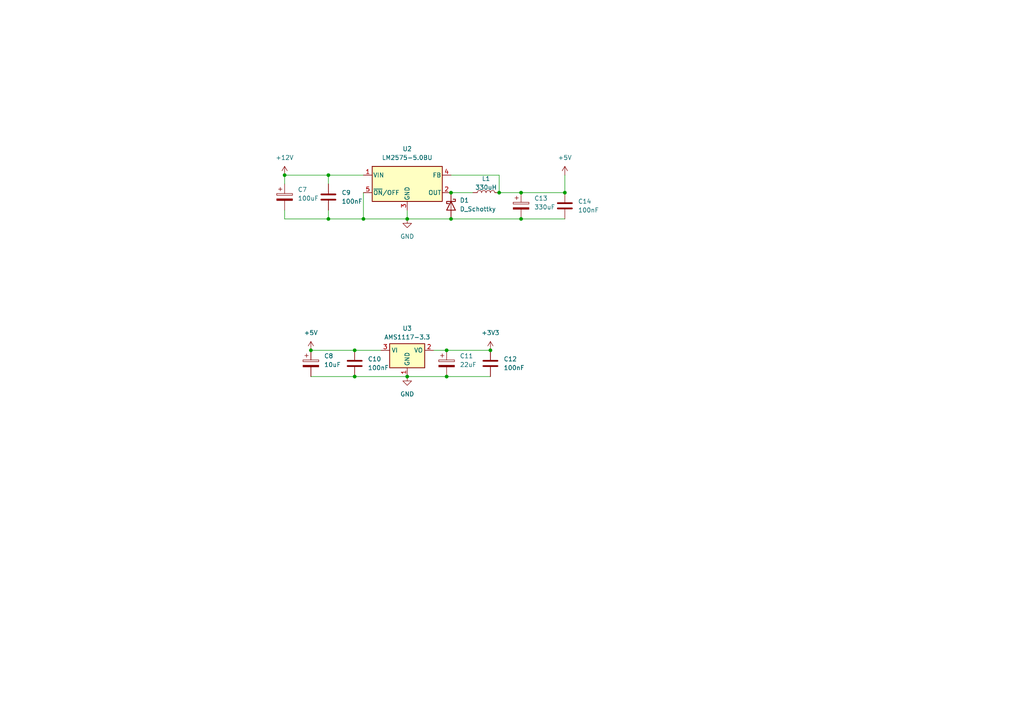
<source format=kicad_sch>
(kicad_sch (version 20250114) (generator "eeschema") (generator_version "9.0")
  (paper "A4")
  (lib_symbols
    (symbol "Device:C" (pin_numbers (hide yes)) (pin_names (offset 0.254))
      (property "Reference" "C" (at 0.635 2.54 0))
      (property "Value" "C" (at 0.635 -2.54 0))
      (symbol "C_0_1"
        (polyline (pts (xy -2.032 0.762) (xy 2.032 0.762)) (stroke (width 0.508)))
        (polyline (pts (xy -2.032 -0.762) (xy 2.032 -0.762)) (stroke (width 0.508)))
      )
      (symbol "C_1_1"
        (pin passive line (at 0 3.81 270) (length 2.794) (name "~") (number "1"))
        (pin passive line (at 0 -3.81 90) (length 2.794) (name "~") (number "2"))
      )
    )
    (symbol "Device:C_Polarized" (pin_numbers (hide yes)) (pin_names (offset 0.254))
      (property "Reference" "C" (at 0.635 2.54 0))
      (property "Value" "C_Polarized" (at 0.635 -2.54 0))
      (symbol "C_Polarized_0_1"
        (rectangle (start -2.286 0.508) (end 2.286 1.016))
        (polyline (pts (xy -1.778 2.286) (xy -0.762 2.286)))
        (polyline (pts (xy -1.27 2.794) (xy -1.27 1.778)))
        (rectangle (start 2.286 -0.508) (end -2.286 -1.016) (fill (type outline)))
      )
      (symbol "C_Polarized_1_1"
        (pin passive line (at 0 3.81 270) (length 2.794) (name "~") (number "1"))
        (pin passive line (at 0 -3.81 90) (length 2.794) (name "~") (number "2"))
      )
    )
    (symbol "Device:D_Schottky" (pin_numbers (hide yes)) (pin_names (offset 1.016) (hide yes))
      (property "Reference" "D" (at 0 2.54 0))
      (property "Value" "D_Schottky" (at 0 -2.54 0))
      (symbol "D_Schottky_0_1"
        (polyline (pts (xy -1.905 0.635) (xy -1.905 1.27) (xy -1.27 1.27) (xy -1.27 -1.27) (xy -0.635 -1.27) (xy -0.635 -0.635)) (stroke (width 0.254)))
        (polyline (pts (xy 1.27 1.27) (xy 1.27 -1.27) (xy -1.27 0) (xy 1.27 1.27)) (stroke (width 0.254)))
        (polyline (pts (xy 1.27 0) (xy -1.27 0)))
      )
      (symbol "D_Schottky_1_1"
        (pin passive line (at -3.81 0 0) (length 2.54) (name "K") (number "1"))
        (pin passive line (at 3.81 0 180) (length 2.54) (name "A") (number "2"))
      )
    )
    (symbol "Device:L" (pin_numbers (hide yes)) (pin_names (offset 1.016) (hide yes))
      (property "Reference" "L" (at -1.27 0 90))
      (property "Value" "L" (at 1.905 0 90))
      (symbol "L_0_1"
        (arc (start 0 2.54) (mid 0.6323 1.905) (end 0 1.27))
        (arc (start 0 1.27) (mid 0.6323 0.635) (end 0 0))
        (arc (start 0 0) (mid 0.6323 -0.635) (end 0 -1.27))
        (arc (start 0 -1.27) (mid 0.6323 -1.905) (end 0 -2.54))
      )
      (symbol "L_1_1"
        (pin passive line (at 0 3.81 270) (length 1.27) (name "1") (number "1"))
        (pin passive line (at 0 -3.81 90) (length 1.27) (name "2") (number "2"))
      )
    )
    (symbol "Regulator_Linear:AMS1117-3.3"
      (property "Reference" "U" (at -3.81 3.175 0))
      (property "Value" "AMS1117-3.3" (at 0 3.175 0))
      (symbol "AMS1117-3.3_0_1"
        (rectangle (start -5.08 -5.08) (end 5.08 1.905) (stroke (width 0.254)) (fill (type background)))
      )
      (symbol "AMS1117-3.3_1_1"
        (pin power_in line (at -7.62 0 0) (length 2.54) (name "VI") (number "3"))
        (pin power_in line (at 0 -7.62 90) (length 2.54) (name "GND") (number "1"))
        (pin power_out line (at 7.62 0 180) (length 2.54) (name "VO") (number "2"))
      )
    )
    (symbol "Regulator_Switching:LM2575-5.0BU" (pin_names (offset 0.254))
      (property "Reference" "U" (at -10.16 6.35 0))
      (property "Value" "LM2575-5.0BU" (at 0 6.35 0))
      (symbol "LM2575-5.0BU_0_1"
        (rectangle (start -10.16 5.08) (end 10.16 -5.08) (stroke (width 0.254)) (fill (type background)))
      )
      (symbol "LM2575-5.0BU_1_1"
        (pin power_in line (at -12.7 2.54 0) (length 2.54) (name "VIN") (number "1"))
        (pin input line (at -12.7 -2.54 0) (length 2.54) (name "~{ON}/OFF") (number "5"))
        (pin power_in line (at 0 -7.62 90) (length 2.54) (name "GND") (number "3"))
        (pin input line (at 12.7 2.54 180) (length 2.54) (name "FB") (number "4"))
        (pin output line (at 12.7 -2.54 180) (length 2.54) (name "OUT") (number "2"))
      )
    )
    (symbol "power:+12V" (power) (pin_numbers (hide yes)) (pin_names (offset 0) (hide yes))
      (property "Value" "+12V" (at 0 3.556 0))
      (symbol "+12V_0_1"
        (polyline (pts (xy -0.762 1.27) (xy 0 2.54)))
        (polyline (pts (xy 0 2.54) (xy 0.762 1.27)))
        (polyline (pts (xy 0 0) (xy 0 2.54)))
      )
      (symbol "+12V_1_1"
        (pin power_in line (at 0 0 90) (length 0) (name "~") (number "1"))
      )
    )
    (symbol "power:+3V3" (power) (pin_numbers (hide yes)) (pin_names (offset 0) (hide yes))
      (property "Value" "+3V3" (at 0 3.556 0))
      (symbol "+3V3_0_1"
        (polyline (pts (xy -0.762 1.27) (xy 0 2.54)))
        (polyline (pts (xy 0 2.54) (xy 0.762 1.27)))
        (polyline (pts (xy 0 0) (xy 0 2.54)))
      )
      (symbol "+3V3_1_1"
        (pin power_in line (at 0 0 90) (length 0) (name "~") (number "1"))
      )
    )
    (symbol "power:+5V" (power) (pin_numbers (hide yes)) (pin_names (offset 0) (hide yes))
      (property "Value" "+5V" (at 0 3.556 0))
      (symbol "+5V_0_1"
        (polyline (pts (xy -0.762 1.27) (xy 0 2.54)))
        (polyline (pts (xy 0 2.54) (xy 0.762 1.27)))
        (polyline (pts (xy 0 0) (xy 0 2.54)))
      )
      (symbol "+5V_1_1"
        (pin power_in line (at 0 0 90) (length 0) (name "~") (number "1"))
      )
    )
    (symbol "power:GND" (power) (pin_numbers (hide yes)) (pin_names (offset 0) (hide yes))
      (property "Value" "GND" (at 0 -3.81 0))
      (symbol "GND_0_1"
        (polyline (pts (xy 0 0) (xy 0 -1.27) (xy 1.27 -1.27) (xy 0 -2.54) (xy -1.27 -1.27) (xy 0 -1.27)))
      )
      (symbol "GND_1_1"
        (pin power_in line (at 0 0 270) (length 0) (name "~") (number "1"))
      )
    )
  )
  (junction (at 118.11 63.5))
  (junction (at 151.13 55.88))
  (junction (at 163.83 55.88))
  (junction (at 105.41 63.5))
  (junction (at 130.81 63.5))
  (junction (at 142.24 101.6))
  (junction (at 118.11 109.22))
  (junction (at 102.87 109.22))
  (junction (at 95.25 50.8))
  (junction (at 151.13 63.5))
  (junction (at 130.81 55.88))
  (junction (at 144.78 55.88))
  (junction (at 95.25 63.5))
  (junction (at 82.55 50.8))
  (junction (at 102.87 101.6))
  (junction (at 90.17 101.6))
  (junction (at 129.54 109.22))
  (junction (at 129.54 101.6))
  (wire (pts (xy 142.24 101.6) (xy 129.54 101.6)))
  (wire (pts (xy 151.13 55.88) (xy 163.83 55.88)))
  (wire (pts (xy 129.54 101.6) (xy 125.73 101.6)))
  (wire (pts (xy 95.25 53.34) (xy 95.25 50.8)))
  (wire (pts (xy 118.11 63.5) (xy 118.11 60.96)))
  (wire (pts (xy 90.17 109.22) (xy 102.87 109.22)))
  (wire (pts (xy 163.83 55.88) (xy 163.83 50.8)))
  (wire (pts (xy 144.78 55.88) (xy 151.13 55.88)))
  (wire (pts (xy 144.78 50.8) (xy 130.81 50.8)))
  (wire (pts (xy 105.41 55.88) (xy 105.41 63.5)))
  (wire (pts (xy 82.55 50.8) (xy 82.55 53.34)))
  (wire (pts (xy 102.87 101.6) (xy 110.49 101.6)))
  (wire (pts (xy 129.54 109.22) (xy 142.24 109.22)))
  (wire (pts (xy 82.55 60.96) (xy 82.55 63.5)))
  (wire (pts (xy 95.25 60.96) (xy 95.25 63.5)))
  (wire (pts (xy 151.13 63.5) (xy 163.83 63.5)))
  (wire (pts (xy 82.55 50.8) (xy 95.25 50.8)))
  (wire (pts (xy 118.11 63.5) (xy 130.81 63.5)))
  (wire (pts (xy 105.41 63.5) (xy 118.11 63.5)))
  (wire (pts (xy 144.78 50.8) (xy 144.78 55.88)))
  (wire (pts (xy 102.87 109.22) (xy 118.11 109.22)))
  (wire (pts (xy 95.25 63.5) (xy 105.41 63.5)))
  (wire (pts (xy 82.55 63.5) (xy 95.25 63.5)))
  (wire (pts (xy 151.13 63.5) (xy 130.81 63.5)))
  (wire (pts (xy 95.25 50.8) (xy 105.41 50.8)))
  (wire (pts (xy 118.11 109.22) (xy 129.54 109.22)))
  (wire (pts (xy 137.16 55.88) (xy 130.81 55.88)))
  (wire (pts (xy 90.17 101.6) (xy 102.87 101.6)))
  (symbol (lib_id "power:GND") (at 118.11 109.22 0) (unit 1)
    (property "Reference" "#PWR016" (effects (hide yes)))
    (property "Value" "GND" (at 118.11 114.3 0))
    (property "Description" "Power symbol creates a global label with name \"GND\" , ground" (effects (hide yes)))
  )
  (symbol (lib_id "power:GND") (at 118.11 63.5 0) (unit 1)
    (property "Reference" "#PWR015" (effects (hide yes)))
    (property "Value" "GND" (at 118.11 68.58 0))
    (property "Description" "Power symbol creates a global label with name \"GND\" , ground" (effects (hide yes)))
  )
  (symbol (lib_id "Device:C") (at 102.87 105.41 0) (unit 1)
    (property "Reference" "C10" (at 106.68 104.1399 0) (effects (justify left)))
    (property "Value" "100nF" (at 106.68 106.6799 0) (effects (justify left)))
    (property "Description" "Unpolarized capacitor" (effects (hide yes)))
  )
  (symbol (lib_id "Device:C_Polarized") (at 82.55 57.15 0) (unit 1)
    (property "Reference" "C7" (at 86.36 54.9909 0) (effects (justify left)))
    (property "Value" "100uF" (at 86.36 57.5309 0) (effects (justify left)))
    (property "Description" "Polarized capacitor" (effects (hide yes)))
  )
  (symbol (lib_id "Regulator_Switching:LM2575-5.0BU") (at 118.11 53.34 0) (unit 1)
    (property "Reference" "U2" (at 118.11 43.18 0))
    (property "Value" "LM2575-5.0BU" (at 118.11 45.72 0))
    (property "Footprint" "Package_TO_SOT_SMD:TO-263-5_TabPin3" (effects (hide yes)))
    (property "Datasheet" "http://ww1.microchip.com/downloads/en/DeviceDoc/lm2575.pdf" (effects (hide yes)))
    (property "Description" "Fixed 5.0V 52kHz Simple 1A Buck Regulator, TO-263" (effects (hide yes)))
  )
  (symbol (lib_id "Regulator_Linear:AMS1117-3.3") (at 118.11 101.6 0) (unit 1)
    (property "Reference" "U3" (at 118.11 95.25 0))
    (property "Value" "AMS1117-3.3" (at 118.11 97.79 0))
    (property "Footprint" "Package_TO_SOT_SMD:SOT-223-3_TabPin2" (effects (hide yes)))
    (property "Datasheet" "http://www.advanced-monolithic.com/pdf/ds1117.pdf" (effects (hide yes)))
    (property "Description" "1A Low Dropout regulator, positive, 3.3V fixed output, SOT-223" (effects (hide yes)))
  )
  (symbol (lib_id "Device:C") (at 163.83 59.69 0) (unit 1)
    (property "Reference" "C14" (at 167.64 58.4199 0) (effects (justify left)))
    (property "Value" "100nF" (at 167.64 60.9599 0) (effects (justify left)))
    (property "Description" "Unpolarized capacitor" (effects (hide yes)))
  )
  (symbol (lib_id "Device:C_Polarized") (at 129.54 105.41 0) (unit 1)
    (property "Reference" "C11" (at 133.35 103.2509 0) (effects (justify left)))
    (property "Value" "22uF" (at 133.35 105.7909 0) (effects (justify left)))
    (property "Description" "Polarized capacitor" (effects (hide yes)))
  )
  (symbol (lib_id "Device:C_Polarized") (at 90.17 105.41 0) (unit 1)
    (property "Reference" "C8" (at 93.98 103.2509 0) (effects (justify left)))
    (property "Value" "10uF" (at 93.98 105.7909 0) (effects (justify left)))
    (property "Description" "Polarized capacitor" (effects (hide yes)))
  )
  (symbol (lib_id "power:+12V") (at 82.55 50.8 0) (unit 1)
    (property "Reference" "#PWR013" (effects (hide yes)))
    (property "Value" "+12V" (at 82.55 45.72 0))
    (property "Description" "Power symbol creates a global label with name \"+12V\"" (effects (hide yes)))
  )
  (symbol (lib_id "Device:D_Schottky") (at 130.81 59.69 270) (unit 1)
    (property "Reference" "D1" (at 133.35 58.1024 90) (effects (justify left)))
    (property "Value" "D_Schottky" (at 133.35 60.6424 90) (effects (justify left)))
    (property "Description" "Schottky diode" (effects (hide yes)))
  )
  (symbol (lib_id "power:+5V") (at 90.17 101.6 0) (unit 1)
    (property "Reference" "#PWR014" (effects (hide yes)))
    (property "Value" "+5V" (at 90.17 96.52 0))
    (property "Description" "Power symbol creates a global label with name \"+5V\"" (effects (hide yes)))
  )
  (symbol (lib_id "Device:C") (at 142.24 105.41 0) (unit 1)
    (property "Reference" "C12" (at 146.05 104.1399 0) (effects (justify left)))
    (property "Value" "100nF" (at 146.05 106.6799 0) (effects (justify left)))
    (property "Description" "Unpolarized capacitor" (effects (hide yes)))
  )
  (symbol (lib_id "power:+3V3") (at 142.24 101.6 0) (unit 1)
    (property "Reference" "#PWR017" (effects (hide yes)))
    (property "Value" "+3V3" (at 142.24 96.52 0))
    (property "Description" "Power symbol creates a global label with name \"+3V3\"" (effects (hide yes)))
  )
  (symbol (lib_id "Device:C_Polarized") (at 151.13 59.69 0) (unit 1)
    (property "Reference" "C13" (at 154.94 57.5309 0) (effects (justify left)))
    (property "Value" "330uF" (at 154.94 60.0709 0) (effects (justify left)))
    (property "Description" "Polarized capacitor" (effects (hide yes)))
  )
  (symbol (lib_id "power:+5V") (at 163.83 50.8 0) (unit 1)
    (property "Reference" "#PWR018" (effects (hide yes)))
    (property "Value" "+5V" (at 163.83 45.72 0))
    (property "Description" "Power symbol creates a global label with name \"+5V\"" (effects (hide yes)))
  )
  (symbol (lib_id "Device:L") (at 140.97 55.88 90) (unit 1)
    (property "Reference" "L1" (at 140.97 51.816 90))
    (property "Value" "330uH" (at 140.97 54.356 90))
    (property "Description" "Inductor" (effects (hide yes)))
  )
  (symbol (lib_id "Device:C") (at 95.25 57.15 0) (unit 1)
    (property "Reference" "C9" (at 99.06 55.8799 0) (effects (justify left)))
    (property "Value" "100nF" (at 99.06 58.4199 0) (effects (justify left)))
    (property "Description" "Unpolarized capacitor" (effects (hide yes)))
  )
)
</source>
